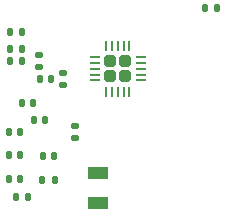
<source format=gbr>
%TF.GenerationSoftware,KiCad,Pcbnew,9.0.2*%
%TF.CreationDate,2025-05-30T19:54:00-04:00*%
%TF.ProjectId,porton micro,706f7274-6f6e-4206-9d69-63726f2e6b69,rev?*%
%TF.SameCoordinates,Original*%
%TF.FileFunction,Paste,Top*%
%TF.FilePolarity,Positive*%
%FSLAX46Y46*%
G04 Gerber Fmt 4.6, Leading zero omitted, Abs format (unit mm)*
G04 Created by KiCad (PCBNEW 9.0.2) date 2025-05-30 19:54:00*
%MOMM*%
%LPD*%
G01*
G04 APERTURE LIST*
G04 Aperture macros list*
%AMRoundRect*
0 Rectangle with rounded corners*
0 $1 Rounding radius*
0 $2 $3 $4 $5 $6 $7 $8 $9 X,Y pos of 4 corners*
0 Add a 4 corners polygon primitive as box body*
4,1,4,$2,$3,$4,$5,$6,$7,$8,$9,$2,$3,0*
0 Add four circle primitives for the rounded corners*
1,1,$1+$1,$2,$3*
1,1,$1+$1,$4,$5*
1,1,$1+$1,$6,$7*
1,1,$1+$1,$8,$9*
0 Add four rect primitives between the rounded corners*
20,1,$1+$1,$2,$3,$4,$5,0*
20,1,$1+$1,$4,$5,$6,$7,0*
20,1,$1+$1,$6,$7,$8,$9,0*
20,1,$1+$1,$8,$9,$2,$3,0*%
G04 Aperture macros list end*
%ADD10R,1.800000X1.000000*%
%ADD11RoundRect,0.250000X-0.255000X-0.255000X0.255000X-0.255000X0.255000X0.255000X-0.255000X0.255000X0*%
%ADD12RoundRect,0.062500X-0.350000X-0.062500X0.350000X-0.062500X0.350000X0.062500X-0.350000X0.062500X0*%
%ADD13RoundRect,0.062500X-0.062500X-0.350000X0.062500X-0.350000X0.062500X0.350000X-0.062500X0.350000X0*%
%ADD14RoundRect,0.135000X-0.135000X-0.185000X0.135000X-0.185000X0.135000X0.185000X-0.135000X0.185000X0*%
%ADD15RoundRect,0.147500X-0.147500X-0.172500X0.147500X-0.172500X0.147500X0.172500X-0.147500X0.172500X0*%
%ADD16RoundRect,0.147500X0.147500X0.172500X-0.147500X0.172500X-0.147500X-0.172500X0.147500X-0.172500X0*%
%ADD17RoundRect,0.147500X0.172500X-0.147500X0.172500X0.147500X-0.172500X0.147500X-0.172500X-0.147500X0*%
%ADD18RoundRect,0.147500X-0.172500X0.147500X-0.172500X-0.147500X0.172500X-0.147500X0.172500X0.147500X0*%
%ADD19RoundRect,0.140000X0.140000X0.170000X-0.140000X0.170000X-0.140000X-0.170000X0.140000X-0.170000X0*%
%ADD20RoundRect,0.140000X-0.140000X-0.170000X0.140000X-0.170000X0.140000X0.170000X-0.140000X0.170000X0*%
%ADD21RoundRect,0.140000X0.170000X-0.140000X0.170000X0.140000X-0.170000X0.140000X-0.170000X-0.140000X0*%
G04 APERTURE END LIST*
D10*
%TO.C,Y1*%
X159500000Y-88500000D03*
X159500000Y-91000000D03*
%TD*%
D11*
%TO.C,U1*%
X160500000Y-79000000D03*
X160500000Y-80250000D03*
X161750000Y-79000000D03*
X161750000Y-80250000D03*
D12*
X159187500Y-78625000D03*
X159187500Y-79125000D03*
X159187500Y-79625000D03*
X159187500Y-80125000D03*
X159187500Y-80625000D03*
D13*
X160125000Y-81562500D03*
X160625000Y-81562500D03*
X161125000Y-81562500D03*
X161625000Y-81562500D03*
X162125000Y-81562500D03*
D12*
X163062500Y-80625000D03*
X163062500Y-80125000D03*
X163062500Y-79625000D03*
X163062500Y-79125000D03*
X163062500Y-78625000D03*
D13*
X162125000Y-77687500D03*
X161625000Y-77687500D03*
X161125000Y-77687500D03*
X160625000Y-77687500D03*
X160125000Y-77687500D03*
%TD*%
D14*
%TO.C,R2*%
X154760000Y-89030000D03*
X155780000Y-89030000D03*
%TD*%
D15*
%TO.C,L4*%
X154785000Y-87040000D03*
X155755000Y-87040000D03*
%TD*%
D16*
%TO.C,L3*%
X155500000Y-80500000D03*
X154530000Y-80500000D03*
%TD*%
D17*
%TO.C,L2*%
X154500000Y-79470000D03*
X154500000Y-78500000D03*
%TD*%
D18*
%TO.C,L1*%
X156500000Y-80030000D03*
X156500000Y-81000000D03*
%TD*%
D19*
%TO.C,C11*%
X152860000Y-88940000D03*
X151900000Y-88940000D03*
%TD*%
D20*
%TO.C,C10*%
X151900000Y-86970000D03*
X152860000Y-86970000D03*
%TD*%
%TO.C,C9*%
X151900000Y-85000000D03*
X152860000Y-85000000D03*
%TD*%
D19*
%TO.C,C8*%
X153980000Y-82500000D03*
X153020000Y-82500000D03*
%TD*%
D20*
%TO.C,C7*%
X152040000Y-79000000D03*
X153000000Y-79000000D03*
%TD*%
D19*
%TO.C,C6*%
X155000000Y-84000000D03*
X154040000Y-84000000D03*
%TD*%
%TO.C,C5*%
X153500000Y-90500000D03*
X152540000Y-90500000D03*
%TD*%
D21*
%TO.C,C4*%
X157520000Y-85480000D03*
X157520000Y-84520000D03*
%TD*%
D20*
%TO.C,C3*%
X168540000Y-74500000D03*
X169500000Y-74500000D03*
%TD*%
%TO.C,C2*%
X152040000Y-78000000D03*
X153000000Y-78000000D03*
%TD*%
%TO.C,C1*%
X152040000Y-76500000D03*
X153000000Y-76500000D03*
%TD*%
M02*

</source>
